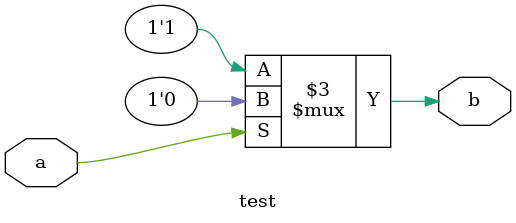
<source format=v>
module test(
    input a,
    output reg b);
    
    always @(*)
    begin 
        if(a) b = 1'b0; 
        else  b = 1'b1;
    end 
endmodule

            

</source>
